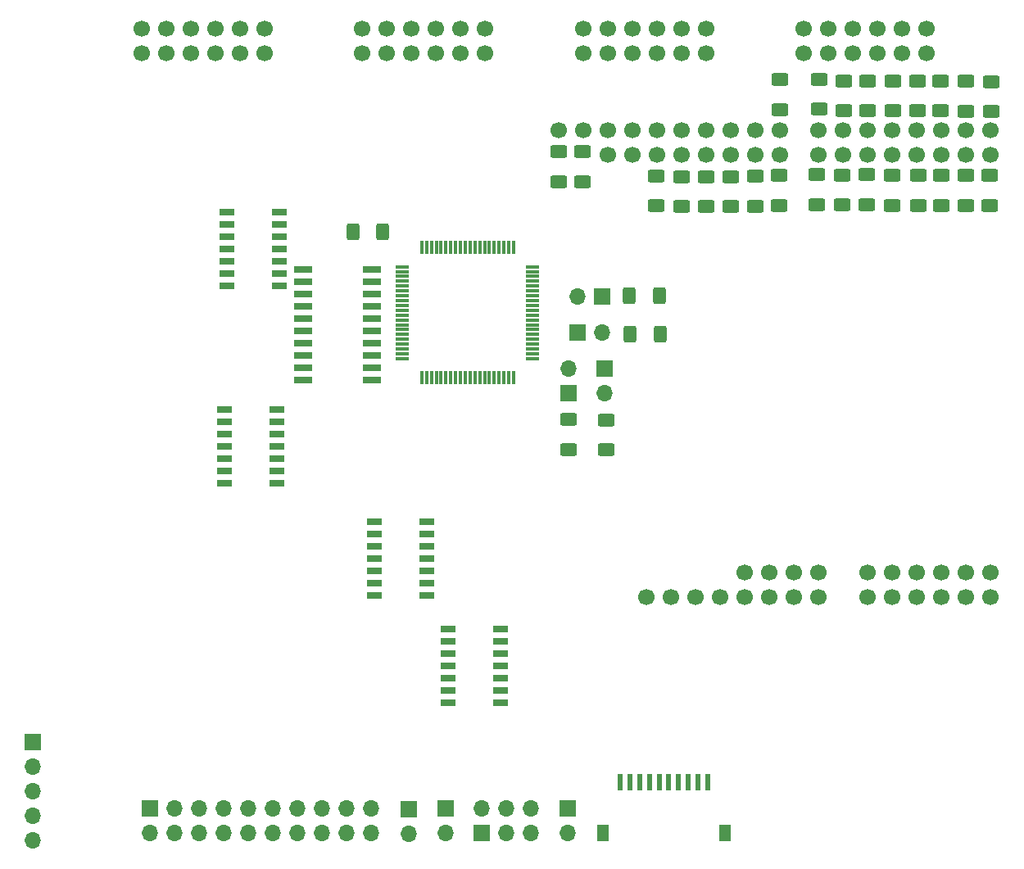
<source format=gbr>
%TF.GenerationSoftware,KiCad,Pcbnew,(6.0.7)*%
%TF.CreationDate,2023-05-13T08:51:53+05:30*%
%TF.ProjectId,DSP_board,4453505f-626f-4617-9264-2e6b69636164,rev?*%
%TF.SameCoordinates,Original*%
%TF.FileFunction,Soldermask,Top*%
%TF.FilePolarity,Negative*%
%FSLAX46Y46*%
G04 Gerber Fmt 4.6, Leading zero omitted, Abs format (unit mm)*
G04 Created by KiCad (PCBNEW (6.0.7)) date 2023-05-13 08:51:53*
%MOMM*%
%LPD*%
G01*
G04 APERTURE LIST*
G04 Aperture macros list*
%AMRoundRect*
0 Rectangle with rounded corners*
0 $1 Rounding radius*
0 $2 $3 $4 $5 $6 $7 $8 $9 X,Y pos of 4 corners*
0 Add a 4 corners polygon primitive as box body*
4,1,4,$2,$3,$4,$5,$6,$7,$8,$9,$2,$3,0*
0 Add four circle primitives for the rounded corners*
1,1,$1+$1,$2,$3*
1,1,$1+$1,$4,$5*
1,1,$1+$1,$6,$7*
1,1,$1+$1,$8,$9*
0 Add four rect primitives between the rounded corners*
20,1,$1+$1,$2,$3,$4,$5,0*
20,1,$1+$1,$4,$5,$6,$7,0*
20,1,$1+$1,$6,$7,$8,$9,0*
20,1,$1+$1,$8,$9,$2,$3,0*%
G04 Aperture macros list end*
%ADD10RoundRect,0.250000X0.400000X0.625000X-0.400000X0.625000X-0.400000X-0.625000X0.400000X-0.625000X0*%
%ADD11RoundRect,0.250000X0.625000X-0.400000X0.625000X0.400000X-0.625000X0.400000X-0.625000X-0.400000X0*%
%ADD12R,1.700000X1.700000*%
%ADD13O,1.700000X1.700000*%
%ADD14R,1.475000X0.300000*%
%ADD15R,0.300000X1.475000*%
%ADD16RoundRect,0.250000X-0.625000X0.400000X-0.625000X-0.400000X0.625000X-0.400000X0.625000X0.400000X0*%
%ADD17R,1.525000X0.650000*%
%ADD18C,1.700000*%
%ADD19R,1.825000X0.700000*%
%ADD20RoundRect,0.250000X-0.400000X-0.625000X0.400000X-0.625000X0.400000X0.625000X-0.400000X0.625000X0*%
%ADD21R,0.600000X1.700000*%
%ADD22R,1.200000X1.800000*%
G04 APERTURE END LIST*
D10*
%TO.C,R79*%
X124210000Y-81030000D03*
X121110000Y-81030000D03*
%TD*%
D11*
%TO.C,R20*%
X174290000Y-68490000D03*
X174290000Y-65390000D03*
%TD*%
D12*
%TO.C,JVSI1*%
X100120000Y-140610000D03*
D13*
X100120000Y-143150000D03*
X102660000Y-140610000D03*
X102660000Y-143150000D03*
X105200000Y-140610000D03*
X105200000Y-143150000D03*
X107740000Y-140610000D03*
X107740000Y-143150000D03*
X110280000Y-140610000D03*
X110280000Y-143150000D03*
X112820000Y-140610000D03*
X112820000Y-143150000D03*
X115360000Y-140610000D03*
X115360000Y-143150000D03*
X117900000Y-140610000D03*
X117900000Y-143150000D03*
X120440000Y-140610000D03*
X120440000Y-143150000D03*
X122980000Y-140610000D03*
X122980000Y-143150000D03*
%TD*%
D12*
%TO.C,J1*%
X147130000Y-95130000D03*
D13*
X147130000Y-97670000D03*
%TD*%
D11*
%TO.C,R12*%
X184450000Y-68550000D03*
X184450000Y-65450000D03*
%TD*%
D12*
%TO.C,J3*%
X144305000Y-91440000D03*
D13*
X146845000Y-91440000D03*
%TD*%
D14*
%TO.C,IC5*%
X126232000Y-84609500D03*
X126232000Y-85109500D03*
X126232000Y-85609500D03*
X126232000Y-86109500D03*
X126232000Y-86609500D03*
X126232000Y-87109500D03*
X126232000Y-87609500D03*
X126232000Y-88109500D03*
X126232000Y-88609500D03*
X126232000Y-89109500D03*
X126232000Y-89609500D03*
X126232000Y-90109500D03*
X126232000Y-90609500D03*
X126232000Y-91109500D03*
X126232000Y-91609500D03*
X126232000Y-92109500D03*
X126232000Y-92609500D03*
X126232000Y-93109500D03*
X126232000Y-93609500D03*
X126232000Y-94109500D03*
D15*
X128220000Y-96097500D03*
X128720000Y-96097500D03*
X129220000Y-96097500D03*
X129720000Y-96097500D03*
X130220000Y-96097500D03*
X130720000Y-96097500D03*
X131220000Y-96097500D03*
X131720000Y-96097500D03*
X132220000Y-96097500D03*
X132720000Y-96097500D03*
X133220000Y-96097500D03*
X133720000Y-96097500D03*
X134220000Y-96097500D03*
X134720000Y-96097500D03*
X135220000Y-96097500D03*
X135720000Y-96097500D03*
X136220000Y-96097500D03*
X136720000Y-96097500D03*
X137220000Y-96097500D03*
X137720000Y-96097500D03*
D14*
X139708000Y-94109500D03*
X139708000Y-93609500D03*
X139708000Y-93109500D03*
X139708000Y-92609500D03*
X139708000Y-92109500D03*
X139708000Y-91609500D03*
X139708000Y-91109500D03*
X139708000Y-90609500D03*
X139708000Y-90109500D03*
X139708000Y-89609500D03*
X139708000Y-89109500D03*
X139708000Y-88609500D03*
X139708000Y-88109500D03*
X139708000Y-87609500D03*
X139708000Y-87109500D03*
X139708000Y-86609500D03*
X139708000Y-86109500D03*
X139708000Y-85609500D03*
X139708000Y-85109500D03*
X139708000Y-84609500D03*
D15*
X137720000Y-82621500D03*
X137220000Y-82621500D03*
X136720000Y-82621500D03*
X136220000Y-82621500D03*
X135720000Y-82621500D03*
X135220000Y-82621500D03*
X134720000Y-82621500D03*
X134220000Y-82621500D03*
X133720000Y-82621500D03*
X133220000Y-82621500D03*
X132720000Y-82621500D03*
X132220000Y-82621500D03*
X131720000Y-82621500D03*
X131220000Y-82621500D03*
X130720000Y-82621500D03*
X130220000Y-82621500D03*
X129720000Y-82621500D03*
X129220000Y-82621500D03*
X128720000Y-82621500D03*
X128220000Y-82621500D03*
%TD*%
D12*
%TO.C,J9*%
X88005000Y-133720000D03*
D13*
X88005000Y-136260000D03*
X88005000Y-138800000D03*
X88005000Y-141340000D03*
X88005000Y-143880000D03*
%TD*%
D16*
%TO.C,R37*%
X147290000Y-100430000D03*
X147290000Y-103530000D03*
%TD*%
D17*
%TO.C,IC_dc_link_leakage1*%
X107798000Y-99350000D03*
X107798000Y-100620000D03*
X107798000Y-101890000D03*
X107798000Y-103160000D03*
X107798000Y-104430000D03*
X107798000Y-105700000D03*
X107798000Y-106970000D03*
X113222000Y-106970000D03*
X113222000Y-105700000D03*
X113222000Y-104430000D03*
X113222000Y-103160000D03*
X113222000Y-101890000D03*
X113222000Y-100620000D03*
X113222000Y-99350000D03*
%TD*%
D12*
%TO.C,J2*%
X143380000Y-97705000D03*
D13*
X143380000Y-95165000D03*
%TD*%
D18*
%TO.C,B1*%
X151465000Y-118800000D03*
X154005000Y-118800000D03*
X156545000Y-118800000D03*
X159085000Y-118800000D03*
X161625000Y-118800000D03*
X164165000Y-118800000D03*
X166705000Y-118800000D03*
X169245000Y-118800000D03*
X161625000Y-116260000D03*
X164165000Y-116260000D03*
X166705000Y-116260000D03*
X169245000Y-116260000D03*
X174325000Y-118800000D03*
X176865000Y-118800000D03*
X179405000Y-118800000D03*
X181945000Y-118800000D03*
X184485000Y-118800000D03*
X187025000Y-118800000D03*
X174325000Y-116260000D03*
X176865000Y-116260000D03*
X179405000Y-116260000D03*
X181945000Y-116260000D03*
X184485000Y-116260000D03*
X187025000Y-116260000D03*
X147435000Y-73060000D03*
X149975000Y-73060000D03*
X152515000Y-73060000D03*
X155055000Y-73060000D03*
X157595000Y-73060000D03*
X160135000Y-73060000D03*
X162675000Y-73060000D03*
X165215000Y-73060000D03*
X169245000Y-73060000D03*
X171785000Y-73060000D03*
X174325000Y-73060000D03*
X176865000Y-73060000D03*
X179405000Y-73060000D03*
X181945000Y-73060000D03*
X184485000Y-73060000D03*
X187025000Y-73080000D03*
X142355000Y-70520000D03*
X144895000Y-70520000D03*
X147435000Y-70520000D03*
X149975000Y-70520000D03*
X152515000Y-70520000D03*
X155055000Y-70520000D03*
X157595000Y-70520000D03*
X160135000Y-70520000D03*
X162675000Y-70520000D03*
X165215000Y-70520000D03*
X169245000Y-70520000D03*
X171785000Y-70520000D03*
X174325000Y-70520000D03*
X176865000Y-70520000D03*
X179405000Y-70520000D03*
X181945000Y-70520000D03*
X184485000Y-70520000D03*
X187025000Y-70540000D03*
X99275000Y-62580000D03*
X101815000Y-62580000D03*
X104355000Y-62580000D03*
X106895000Y-62580000D03*
X109435000Y-62580000D03*
X111975000Y-62580000D03*
X99275000Y-60040000D03*
X101815000Y-60040000D03*
X104355000Y-60040000D03*
X106895000Y-60040000D03*
X109435000Y-60040000D03*
X111975000Y-60040000D03*
X122075000Y-62580000D03*
X124615000Y-62580000D03*
X127155000Y-62580000D03*
X129695000Y-62580000D03*
X132235000Y-62580000D03*
X134775000Y-62580000D03*
X122075000Y-60040000D03*
X124615000Y-60040000D03*
X127155000Y-60040000D03*
X129695000Y-60040000D03*
X132235000Y-60040000D03*
X134775000Y-60040000D03*
X144875000Y-62580000D03*
X147415000Y-62580000D03*
X149955000Y-62580000D03*
X152495000Y-62580000D03*
X155035000Y-62580000D03*
X157575000Y-62580000D03*
X144875000Y-60040000D03*
X147415000Y-60040000D03*
X149955000Y-60040000D03*
X152495000Y-60040000D03*
X155035000Y-60040000D03*
X157575000Y-60040000D03*
X167675000Y-62580000D03*
X170215000Y-62580000D03*
X172755000Y-62580000D03*
X175295000Y-62580000D03*
X177835000Y-62580000D03*
X180375000Y-62580000D03*
X167675000Y-60040000D03*
X170215000Y-60040000D03*
X172755000Y-60040000D03*
X175295000Y-60040000D03*
X177835000Y-60040000D03*
X180375000Y-60040000D03*
%TD*%
D17*
%TO.C,IC_batt_2*%
X130908000Y-122090000D03*
X130908000Y-123360000D03*
X130908000Y-124630000D03*
X130908000Y-125900000D03*
X130908000Y-127170000D03*
X130908000Y-128440000D03*
X130908000Y-129710000D03*
X136332000Y-129710000D03*
X136332000Y-128440000D03*
X136332000Y-127170000D03*
X136332000Y-125900000D03*
X136332000Y-124630000D03*
X136332000Y-123360000D03*
X136332000Y-122090000D03*
%TD*%
D12*
%TO.C,J8*%
X126905000Y-140670000D03*
D13*
X126905000Y-143210000D03*
%TD*%
D16*
%TO.C,R46*%
X157600000Y-75300000D03*
X157600000Y-78400000D03*
%TD*%
%TO.C,R30*%
X186940000Y-75150000D03*
X186940000Y-78250000D03*
%TD*%
%TO.C,R48*%
X152480000Y-75230000D03*
X152480000Y-78330000D03*
%TD*%
%TO.C,R52*%
X162680000Y-75260000D03*
X162680000Y-78360000D03*
%TD*%
%TO.C,R45*%
X160160000Y-75290000D03*
X160160000Y-78390000D03*
%TD*%
%TO.C,R31*%
X184460000Y-75160000D03*
X184460000Y-78260000D03*
%TD*%
%TO.C,R42*%
X179540000Y-75160000D03*
X179540000Y-78260000D03*
%TD*%
%TO.C,R49*%
X171670000Y-75120000D03*
X171670000Y-78220000D03*
%TD*%
D11*
%TO.C,R17*%
X179430000Y-68510000D03*
X179430000Y-65410000D03*
%TD*%
D12*
%TO.C,J4*%
X146855000Y-87690000D03*
D13*
X144315000Y-87690000D03*
%TD*%
D16*
%TO.C,R34*%
X181950000Y-75180000D03*
X181950000Y-78280000D03*
%TD*%
D11*
%TO.C,R11*%
X187070000Y-68570000D03*
X187070000Y-65470000D03*
%TD*%
D16*
%TO.C,R27*%
X165240000Y-65270000D03*
X165240000Y-68370000D03*
%TD*%
D11*
%TO.C,R18*%
X176950000Y-68490000D03*
X176950000Y-65390000D03*
%TD*%
%TO.C,R22*%
X171850000Y-68480000D03*
X171850000Y-65380000D03*
%TD*%
D12*
%TO.C,J6*%
X143350000Y-140600000D03*
D13*
X143350000Y-143140000D03*
%TD*%
D16*
%TO.C,R10*%
X142350000Y-72720000D03*
X142350000Y-75820000D03*
%TD*%
D19*
%TO.C,IC1*%
X123052000Y-96315000D03*
X123052000Y-95045000D03*
X123052000Y-93775000D03*
X123052000Y-92505000D03*
X123052000Y-91235000D03*
X123052000Y-89965000D03*
X123052000Y-88695000D03*
X123052000Y-87425000D03*
X123052000Y-86155000D03*
X123052000Y-84885000D03*
X115928000Y-84885000D03*
X115928000Y-86155000D03*
X115928000Y-87425000D03*
X115928000Y-88695000D03*
X115928000Y-89965000D03*
X115928000Y-91235000D03*
X115928000Y-92505000D03*
X115928000Y-93775000D03*
X115928000Y-95045000D03*
X115928000Y-96315000D03*
%TD*%
D12*
%TO.C,J_power1*%
X134445000Y-143135000D03*
D13*
X134445000Y-140595000D03*
X136985000Y-143135000D03*
X136985000Y-140595000D03*
X139525000Y-143135000D03*
X139525000Y-140595000D03*
%TD*%
D20*
%TO.C,R40*%
X149690000Y-87640000D03*
X152790000Y-87640000D03*
%TD*%
D16*
%TO.C,R51*%
X165180000Y-75190000D03*
X165180000Y-78290000D03*
%TD*%
%TO.C,R50*%
X169080000Y-75110000D03*
X169080000Y-78210000D03*
%TD*%
D11*
%TO.C,R24*%
X169280000Y-68310000D03*
X169280000Y-65210000D03*
%TD*%
D17*
%TO.C,IC_grid23*%
X108106000Y-78950000D03*
X108106000Y-80220000D03*
X108106000Y-81490000D03*
X108106000Y-82760000D03*
X108106000Y-84030000D03*
X108106000Y-85300000D03*
X108106000Y-86570000D03*
X113530000Y-86570000D03*
X113530000Y-85300000D03*
X113530000Y-84030000D03*
X113530000Y-82760000D03*
X113530000Y-81490000D03*
X113530000Y-80220000D03*
X113530000Y-78950000D03*
%TD*%
D16*
%TO.C,R38*%
X143410000Y-100420000D03*
X143410000Y-103520000D03*
%TD*%
%TO.C,R44*%
X174220000Y-75090000D03*
X174220000Y-78190000D03*
%TD*%
D17*
%TO.C,IC_batt_1*%
X123338000Y-110970000D03*
X123338000Y-112240000D03*
X123338000Y-113510000D03*
X123338000Y-114780000D03*
X123338000Y-116050000D03*
X123338000Y-117320000D03*
X123338000Y-118590000D03*
X128762000Y-118590000D03*
X128762000Y-117320000D03*
X128762000Y-116050000D03*
X128762000Y-114780000D03*
X128762000Y-113510000D03*
X128762000Y-112240000D03*
X128762000Y-110970000D03*
%TD*%
D20*
%TO.C,R39*%
X149780000Y-91590000D03*
X152880000Y-91590000D03*
%TD*%
D21*
%TO.C,J5*%
X148760000Y-137855000D03*
X149760000Y-137855000D03*
X150760000Y-137855000D03*
X151760000Y-137855000D03*
X152760000Y-137855000D03*
X153760000Y-137855000D03*
X154760000Y-137855000D03*
X155760000Y-137855000D03*
X156760000Y-137855000D03*
X157760000Y-137855000D03*
D22*
X146960000Y-143105000D03*
X159560000Y-143105000D03*
%TD*%
D12*
%TO.C,J10*%
X130665000Y-140620000D03*
D13*
X130665000Y-143160000D03*
%TD*%
D16*
%TO.C,R43*%
X176840000Y-75190000D03*
X176840000Y-78290000D03*
%TD*%
%TO.C,R47*%
X155050000Y-75310000D03*
X155050000Y-78410000D03*
%TD*%
%TO.C,R9*%
X144840000Y-72730000D03*
X144840000Y-75830000D03*
%TD*%
D11*
%TO.C,R14*%
X181860000Y-68510000D03*
X181860000Y-65410000D03*
%TD*%
M02*

</source>
